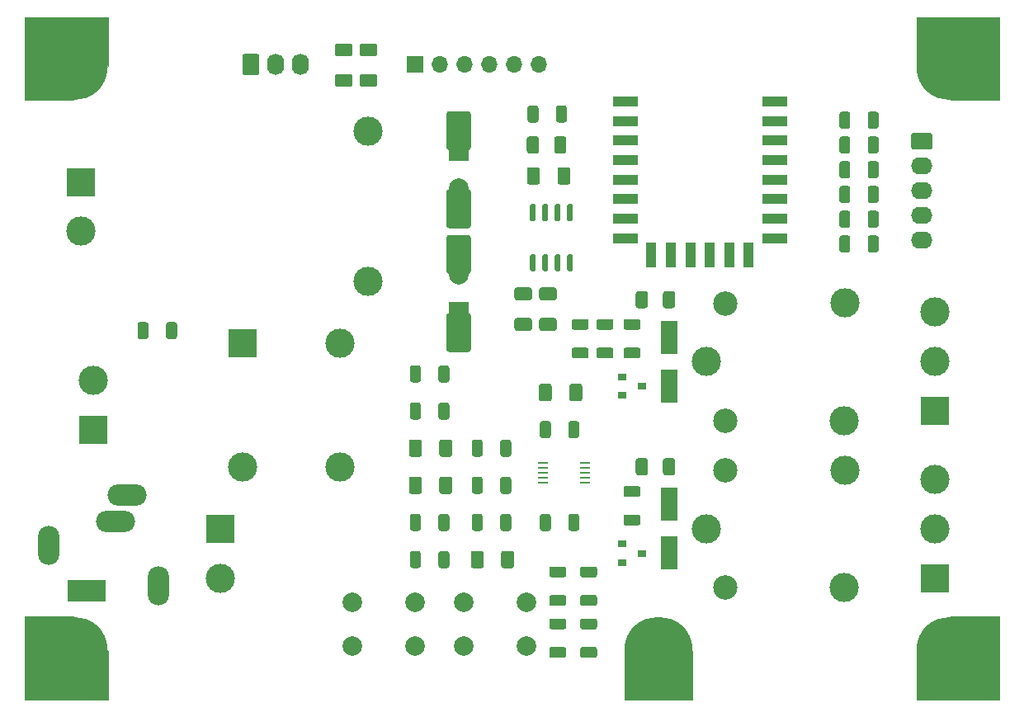
<source format=gts>
%TF.GenerationSoftware,KiCad,Pcbnew,(5.1.10)-1*%
%TF.CreationDate,2021-10-14T01:28:28-03:00*%
%TF.ProjectId,kicad,6b696361-642e-46b6-9963-61645f706362,rev?*%
%TF.SameCoordinates,Original*%
%TF.FileFunction,Soldermask,Top*%
%TF.FilePolarity,Negative*%
%FSLAX46Y46*%
G04 Gerber Fmt 4.6, Leading zero omitted, Abs format (unit mm)*
G04 Created by KiCad (PCBNEW (5.1.10)-1) date 2021-10-14 01:28:28*
%MOMM*%
%LPD*%
G01*
G04 APERTURE LIST*
%ADD10C,0.100000*%
%ADD11O,2.200000X4.000000*%
%ADD12O,4.000000X2.200000*%
%ADD13R,4.000000X2.200000*%
%ADD14C,7.000000*%
%ADD15R,0.900000X0.800000*%
%ADD16C,3.000000*%
%ADD17R,3.000000X3.000000*%
%ADD18R,2.000000X2.000000*%
%ADD19C,2.000000*%
%ADD20O,1.740000X2.190000*%
%ADD21O,2.190000X1.740000*%
%ADD22R,1.100000X2.500000*%
%ADD23R,2.500000X1.100000*%
%ADD24R,1.100000X0.250000*%
%ADD25C,2.500000*%
%ADD26O,1.700000X1.700000*%
%ADD27R,1.700000X1.700000*%
%ADD28R,1.800000X3.500000*%
G04 APERTURE END LIST*
D10*
G36*
X168500000Y-135000000D02*
G01*
X161500000Y-135000000D01*
X161500000Y-130000000D01*
X168500000Y-130000000D01*
X168500000Y-135000000D01*
G37*
X168500000Y-135000000D02*
X161500000Y-135000000D01*
X161500000Y-130000000D01*
X168500000Y-130000000D01*
X168500000Y-135000000D01*
G36*
X108500000Y-70000000D02*
G01*
X105000000Y-73500000D01*
X100000000Y-73500000D01*
X100000000Y-65000000D01*
X108500000Y-65000000D01*
X108500000Y-70000000D01*
G37*
X108500000Y-70000000D02*
X105000000Y-73500000D01*
X100000000Y-73500000D01*
X100000000Y-65000000D01*
X108500000Y-65000000D01*
X108500000Y-70000000D01*
G36*
X200000000Y-73500000D02*
G01*
X195000000Y-73500000D01*
X191500000Y-70000000D01*
X191500000Y-65000000D01*
X200000000Y-65000000D01*
X200000000Y-73500000D01*
G37*
X200000000Y-73500000D02*
X195000000Y-73500000D01*
X191500000Y-70000000D01*
X191500000Y-65000000D01*
X200000000Y-65000000D01*
X200000000Y-73500000D01*
G36*
X200000000Y-135000000D02*
G01*
X191500000Y-135000000D01*
X191500000Y-130000000D01*
X195000000Y-126500000D01*
X200000000Y-126500000D01*
X200000000Y-135000000D01*
G37*
X200000000Y-135000000D02*
X191500000Y-135000000D01*
X191500000Y-130000000D01*
X195000000Y-126500000D01*
X200000000Y-126500000D01*
X200000000Y-135000000D01*
G36*
X108500000Y-130000000D02*
G01*
X108500000Y-135000000D01*
X100000000Y-135000000D01*
X100000000Y-126500000D01*
X105000000Y-126500000D01*
X108500000Y-130000000D01*
G37*
X108500000Y-130000000D02*
X108500000Y-135000000D01*
X100000000Y-135000000D01*
X100000000Y-126500000D01*
X105000000Y-126500000D01*
X108500000Y-130000000D01*
D11*
%TO.C,J4*%
X102465000Y-119225000D03*
D12*
X110465000Y-114025000D03*
X109265000Y-116725000D03*
D11*
X113665000Y-123325000D03*
D13*
X106365000Y-123825000D03*
%TD*%
D14*
%TO.C,REF\u002A\u002A*%
X105000000Y-70000000D03*
%TD*%
%TO.C,REF\u002A\u002A*%
X195000000Y-70000000D03*
%TD*%
%TO.C,REF\u002A\u002A*%
X195000000Y-130000000D03*
%TD*%
%TO.C,REF\u002A\u002A*%
X165000000Y-130000000D03*
%TD*%
%TO.C,REF\u002A\u002A*%
X105000000Y-130000000D03*
%TD*%
D15*
%TO.C,Q2*%
X163290000Y-120015000D03*
X161290000Y-120965000D03*
X161290000Y-119065000D03*
%TD*%
D16*
%TO.C,J5*%
X120015000Y-122555000D03*
D17*
X120015000Y-117475000D03*
%TD*%
D16*
%TO.C,J8*%
X193405000Y-112395000D03*
X193405000Y-117475000D03*
D17*
X193405000Y-122555000D03*
%TD*%
D16*
%TO.C,PS1*%
X135175000Y-92115000D03*
X105775000Y-86915000D03*
D17*
X105775000Y-81915000D03*
D16*
X135175000Y-76715000D03*
%TD*%
%TO.C,T1*%
X132365000Y-111125000D03*
X122365000Y-111125000D03*
X132365000Y-98425000D03*
D17*
X122365000Y-98425000D03*
%TD*%
%TO.C,R11*%
G36*
G01*
X140627500Y-116214998D02*
X140627500Y-117465002D01*
G75*
G02*
X140377502Y-117715000I-249998J0D01*
G01*
X139752498Y-117715000D01*
G75*
G02*
X139502500Y-117465002I0J249998D01*
G01*
X139502500Y-116214998D01*
G75*
G02*
X139752498Y-115965000I249998J0D01*
G01*
X140377502Y-115965000D01*
G75*
G02*
X140627500Y-116214998I0J-249998D01*
G01*
G37*
G36*
G01*
X143552500Y-116214998D02*
X143552500Y-117465002D01*
G75*
G02*
X143302502Y-117715000I-249998J0D01*
G01*
X142677498Y-117715000D01*
G75*
G02*
X142427500Y-117465002I0J249998D01*
G01*
X142427500Y-116214998D01*
G75*
G02*
X142677498Y-115965000I249998J0D01*
G01*
X143302502Y-115965000D01*
G75*
G02*
X143552500Y-116214998I0J-249998D01*
G01*
G37*
%TD*%
%TO.C,R10*%
G36*
G01*
X140627500Y-104784998D02*
X140627500Y-106035002D01*
G75*
G02*
X140377502Y-106285000I-249998J0D01*
G01*
X139752498Y-106285000D01*
G75*
G02*
X139502500Y-106035002I0J249998D01*
G01*
X139502500Y-104784998D01*
G75*
G02*
X139752498Y-104535000I249998J0D01*
G01*
X140377502Y-104535000D01*
G75*
G02*
X140627500Y-104784998I0J-249998D01*
G01*
G37*
G36*
G01*
X143552500Y-104784998D02*
X143552500Y-106035002D01*
G75*
G02*
X143302502Y-106285000I-249998J0D01*
G01*
X142677498Y-106285000D01*
G75*
G02*
X142427500Y-106035002I0J249998D01*
G01*
X142427500Y-104784998D01*
G75*
G02*
X142677498Y-104535000I249998J0D01*
G01*
X143302502Y-104535000D01*
G75*
G02*
X143552500Y-104784998I0J-249998D01*
G01*
G37*
%TD*%
%TO.C,R13*%
G36*
G01*
X146977500Y-112404998D02*
X146977500Y-113655002D01*
G75*
G02*
X146727502Y-113905000I-249998J0D01*
G01*
X146102498Y-113905000D01*
G75*
G02*
X145852500Y-113655002I0J249998D01*
G01*
X145852500Y-112404998D01*
G75*
G02*
X146102498Y-112155000I249998J0D01*
G01*
X146727502Y-112155000D01*
G75*
G02*
X146977500Y-112404998I0J-249998D01*
G01*
G37*
G36*
G01*
X149902500Y-112404998D02*
X149902500Y-113655002D01*
G75*
G02*
X149652502Y-113905000I-249998J0D01*
G01*
X149027498Y-113905000D01*
G75*
G02*
X148777500Y-113655002I0J249998D01*
G01*
X148777500Y-112404998D01*
G75*
G02*
X149027498Y-112155000I249998J0D01*
G01*
X149652502Y-112155000D01*
G75*
G02*
X149902500Y-112404998I0J-249998D01*
G01*
G37*
%TD*%
%TO.C,R12*%
G36*
G01*
X146977500Y-108594998D02*
X146977500Y-109845002D01*
G75*
G02*
X146727502Y-110095000I-249998J0D01*
G01*
X146102498Y-110095000D01*
G75*
G02*
X145852500Y-109845002I0J249998D01*
G01*
X145852500Y-108594998D01*
G75*
G02*
X146102498Y-108345000I249998J0D01*
G01*
X146727502Y-108345000D01*
G75*
G02*
X146977500Y-108594998I0J-249998D01*
G01*
G37*
G36*
G01*
X149902500Y-108594998D02*
X149902500Y-109845002D01*
G75*
G02*
X149652502Y-110095000I-249998J0D01*
G01*
X149027498Y-110095000D01*
G75*
G02*
X148777500Y-109845002I0J249998D01*
G01*
X148777500Y-108594998D01*
G75*
G02*
X149027498Y-108345000I249998J0D01*
G01*
X149652502Y-108345000D01*
G75*
G02*
X149902500Y-108594998I0J-249998D01*
G01*
G37*
%TD*%
%TO.C,C4*%
G36*
G01*
X140727500Y-108569998D02*
X140727500Y-109870002D01*
G75*
G02*
X140477502Y-110120000I-249998J0D01*
G01*
X139652498Y-110120000D01*
G75*
G02*
X139402500Y-109870002I0J249998D01*
G01*
X139402500Y-108569998D01*
G75*
G02*
X139652498Y-108320000I249998J0D01*
G01*
X140477502Y-108320000D01*
G75*
G02*
X140727500Y-108569998I0J-249998D01*
G01*
G37*
G36*
G01*
X143852500Y-108569998D02*
X143852500Y-109870002D01*
G75*
G02*
X143602502Y-110120000I-249998J0D01*
G01*
X142777498Y-110120000D01*
G75*
G02*
X142527500Y-109870002I0J249998D01*
G01*
X142527500Y-108569998D01*
G75*
G02*
X142777498Y-108320000I249998J0D01*
G01*
X143602502Y-108320000D01*
G75*
G02*
X143852500Y-108569998I0J-249998D01*
G01*
G37*
%TD*%
%TO.C,C5*%
G36*
G01*
X140727500Y-112379998D02*
X140727500Y-113680002D01*
G75*
G02*
X140477502Y-113930000I-249998J0D01*
G01*
X139652498Y-113930000D01*
G75*
G02*
X139402500Y-113680002I0J249998D01*
G01*
X139402500Y-112379998D01*
G75*
G02*
X139652498Y-112130000I249998J0D01*
G01*
X140477502Y-112130000D01*
G75*
G02*
X140727500Y-112379998I0J-249998D01*
G01*
G37*
G36*
G01*
X143852500Y-112379998D02*
X143852500Y-113680002D01*
G75*
G02*
X143602502Y-113930000I-249998J0D01*
G01*
X142777498Y-113930000D01*
G75*
G02*
X142527500Y-113680002I0J249998D01*
G01*
X142527500Y-112379998D01*
G75*
G02*
X142777498Y-112130000I249998J0D01*
G01*
X143602502Y-112130000D01*
G75*
G02*
X143852500Y-112379998I0J-249998D01*
G01*
G37*
%TD*%
D16*
%TO.C,J2*%
X107045000Y-102235000D03*
D17*
X107045000Y-107315000D03*
%TD*%
D18*
%TO.C,C8*%
X144510000Y-95245000D03*
D19*
X144510000Y-91445000D03*
G36*
G01*
X145510000Y-99345000D02*
X143510000Y-99345000D01*
G75*
G02*
X143260000Y-99095000I0J250000D01*
G01*
X143260000Y-95595000D01*
G75*
G02*
X143510000Y-95345000I250000J0D01*
G01*
X145510000Y-95345000D01*
G75*
G02*
X145760000Y-95595000I0J-250000D01*
G01*
X145760000Y-99095000D01*
G75*
G02*
X145510000Y-99345000I-250000J0D01*
G01*
G37*
G36*
G01*
X145510000Y-91345000D02*
X143510000Y-91345000D01*
G75*
G02*
X143260000Y-91095000I0J250000D01*
G01*
X143260000Y-87595000D01*
G75*
G02*
X143510000Y-87345000I250000J0D01*
G01*
X145510000Y-87345000D01*
G75*
G02*
X145760000Y-87595000I0J-250000D01*
G01*
X145760000Y-91095000D01*
G75*
G02*
X145510000Y-91345000I-250000J0D01*
G01*
G37*
%TD*%
D18*
%TO.C,C3*%
X144510000Y-78745000D03*
D19*
X144510000Y-82545000D03*
G36*
G01*
X143510000Y-74645000D02*
X145510000Y-74645000D01*
G75*
G02*
X145760000Y-74895000I0J-250000D01*
G01*
X145760000Y-78395000D01*
G75*
G02*
X145510000Y-78645000I-250000J0D01*
G01*
X143510000Y-78645000D01*
G75*
G02*
X143260000Y-78395000I0J250000D01*
G01*
X143260000Y-74895000D01*
G75*
G02*
X143510000Y-74645000I250000J0D01*
G01*
G37*
G36*
G01*
X143510000Y-82645000D02*
X145510000Y-82645000D01*
G75*
G02*
X145760000Y-82895000I0J-250000D01*
G01*
X145760000Y-86395000D01*
G75*
G02*
X145510000Y-86645000I-250000J0D01*
G01*
X143510000Y-86645000D01*
G75*
G02*
X143260000Y-86395000I0J250000D01*
G01*
X143260000Y-82895000D01*
G75*
G02*
X143510000Y-82645000I250000J0D01*
G01*
G37*
%TD*%
%TO.C,C1*%
G36*
G01*
X133365002Y-69022500D02*
X132064998Y-69022500D01*
G75*
G02*
X131815000Y-68772502I0J249998D01*
G01*
X131815000Y-67947498D01*
G75*
G02*
X132064998Y-67697500I249998J0D01*
G01*
X133365002Y-67697500D01*
G75*
G02*
X133615000Y-67947498I0J-249998D01*
G01*
X133615000Y-68772502D01*
G75*
G02*
X133365002Y-69022500I-249998J0D01*
G01*
G37*
G36*
G01*
X133365002Y-72147500D02*
X132064998Y-72147500D01*
G75*
G02*
X131815000Y-71897502I0J249998D01*
G01*
X131815000Y-71072498D01*
G75*
G02*
X132064998Y-70822500I249998J0D01*
G01*
X133365002Y-70822500D01*
G75*
G02*
X133615000Y-71072498I0J-249998D01*
G01*
X133615000Y-71897502D01*
G75*
G02*
X133365002Y-72147500I-249998J0D01*
G01*
G37*
%TD*%
D20*
%TO.C,J1*%
X128270000Y-69850000D03*
X125730000Y-69850000D03*
G36*
G01*
X122320000Y-70695001D02*
X122320000Y-69004999D01*
G75*
G02*
X122569999Y-68755000I249999J0D01*
G01*
X123810001Y-68755000D01*
G75*
G02*
X124060000Y-69004999I0J-249999D01*
G01*
X124060000Y-70695001D01*
G75*
G02*
X123810001Y-70945000I-249999J0D01*
G01*
X122569999Y-70945000D01*
G75*
G02*
X122320000Y-70695001I0J249999D01*
G01*
G37*
%TD*%
D21*
%TO.C,J3*%
X192024000Y-87884000D03*
X192024000Y-85344000D03*
X192024000Y-82804000D03*
X192024000Y-80264000D03*
G36*
G01*
X191178999Y-76854000D02*
X192869001Y-76854000D01*
G75*
G02*
X193119000Y-77103999I0J-249999D01*
G01*
X193119000Y-78344001D01*
G75*
G02*
X192869001Y-78594000I-249999J0D01*
G01*
X191178999Y-78594000D01*
G75*
G02*
X190929000Y-78344001I0J249999D01*
G01*
X190929000Y-77103999D01*
G75*
G02*
X191178999Y-76854000I249999J0D01*
G01*
G37*
%TD*%
%TO.C,R25*%
G36*
G01*
X186492500Y-88890002D02*
X186492500Y-87639998D01*
G75*
G02*
X186742498Y-87390000I249998J0D01*
G01*
X187367502Y-87390000D01*
G75*
G02*
X187617500Y-87639998I0J-249998D01*
G01*
X187617500Y-88890002D01*
G75*
G02*
X187367502Y-89140000I-249998J0D01*
G01*
X186742498Y-89140000D01*
G75*
G02*
X186492500Y-88890002I0J249998D01*
G01*
G37*
G36*
G01*
X183567500Y-88890002D02*
X183567500Y-87639998D01*
G75*
G02*
X183817498Y-87390000I249998J0D01*
G01*
X184442502Y-87390000D01*
G75*
G02*
X184692500Y-87639998I0J-249998D01*
G01*
X184692500Y-88890002D01*
G75*
G02*
X184442502Y-89140000I-249998J0D01*
G01*
X183817498Y-89140000D01*
G75*
G02*
X183567500Y-88890002I0J249998D01*
G01*
G37*
%TD*%
%TO.C,R24*%
G36*
G01*
X184692500Y-85099998D02*
X184692500Y-86350002D01*
G75*
G02*
X184442502Y-86600000I-249998J0D01*
G01*
X183817498Y-86600000D01*
G75*
G02*
X183567500Y-86350002I0J249998D01*
G01*
X183567500Y-85099998D01*
G75*
G02*
X183817498Y-84850000I249998J0D01*
G01*
X184442502Y-84850000D01*
G75*
G02*
X184692500Y-85099998I0J-249998D01*
G01*
G37*
G36*
G01*
X187617500Y-85099998D02*
X187617500Y-86350002D01*
G75*
G02*
X187367502Y-86600000I-249998J0D01*
G01*
X186742498Y-86600000D01*
G75*
G02*
X186492500Y-86350002I0J249998D01*
G01*
X186492500Y-85099998D01*
G75*
G02*
X186742498Y-84850000I249998J0D01*
G01*
X187367502Y-84850000D01*
G75*
G02*
X187617500Y-85099998I0J-249998D01*
G01*
G37*
%TD*%
%TO.C,R23*%
G36*
G01*
X157597002Y-97082500D02*
X156346998Y-97082500D01*
G75*
G02*
X156097000Y-96832502I0J249998D01*
G01*
X156097000Y-96207498D01*
G75*
G02*
X156346998Y-95957500I249998J0D01*
G01*
X157597002Y-95957500D01*
G75*
G02*
X157847000Y-96207498I0J-249998D01*
G01*
X157847000Y-96832502D01*
G75*
G02*
X157597002Y-97082500I-249998J0D01*
G01*
G37*
G36*
G01*
X157597002Y-100007500D02*
X156346998Y-100007500D01*
G75*
G02*
X156097000Y-99757502I0J249998D01*
G01*
X156097000Y-99132498D01*
G75*
G02*
X156346998Y-98882500I249998J0D01*
G01*
X157597002Y-98882500D01*
G75*
G02*
X157847000Y-99132498I0J-249998D01*
G01*
X157847000Y-99757502D01*
G75*
G02*
X157597002Y-100007500I-249998J0D01*
G01*
G37*
%TD*%
%TO.C,R22*%
G36*
G01*
X160137002Y-97082500D02*
X158886998Y-97082500D01*
G75*
G02*
X158637000Y-96832502I0J249998D01*
G01*
X158637000Y-96207498D01*
G75*
G02*
X158886998Y-95957500I249998J0D01*
G01*
X160137002Y-95957500D01*
G75*
G02*
X160387000Y-96207498I0J-249998D01*
G01*
X160387000Y-96832502D01*
G75*
G02*
X160137002Y-97082500I-249998J0D01*
G01*
G37*
G36*
G01*
X160137002Y-100007500D02*
X158886998Y-100007500D01*
G75*
G02*
X158637000Y-99757502I0J249998D01*
G01*
X158637000Y-99132498D01*
G75*
G02*
X158886998Y-98882500I249998J0D01*
G01*
X160137002Y-98882500D01*
G75*
G02*
X160387000Y-99132498I0J-249998D01*
G01*
X160387000Y-99757502D01*
G75*
G02*
X160137002Y-100007500I-249998J0D01*
G01*
G37*
%TD*%
%TO.C,R21*%
G36*
G01*
X161664998Y-116027500D02*
X162915002Y-116027500D01*
G75*
G02*
X163165000Y-116277498I0J-249998D01*
G01*
X163165000Y-116902502D01*
G75*
G02*
X162915002Y-117152500I-249998J0D01*
G01*
X161664998Y-117152500D01*
G75*
G02*
X161415000Y-116902502I0J249998D01*
G01*
X161415000Y-116277498D01*
G75*
G02*
X161664998Y-116027500I249998J0D01*
G01*
G37*
G36*
G01*
X161664998Y-113102500D02*
X162915002Y-113102500D01*
G75*
G02*
X163165000Y-113352498I0J-249998D01*
G01*
X163165000Y-113977502D01*
G75*
G02*
X162915002Y-114227500I-249998J0D01*
G01*
X161664998Y-114227500D01*
G75*
G02*
X161415000Y-113977502I0J249998D01*
G01*
X161415000Y-113352498D01*
G75*
G02*
X161664998Y-113102500I249998J0D01*
G01*
G37*
%TD*%
%TO.C,R20*%
G36*
G01*
X161664998Y-98882500D02*
X162915002Y-98882500D01*
G75*
G02*
X163165000Y-99132498I0J-249998D01*
G01*
X163165000Y-99757502D01*
G75*
G02*
X162915002Y-100007500I-249998J0D01*
G01*
X161664998Y-100007500D01*
G75*
G02*
X161415000Y-99757502I0J249998D01*
G01*
X161415000Y-99132498D01*
G75*
G02*
X161664998Y-98882500I249998J0D01*
G01*
G37*
G36*
G01*
X161664998Y-95957500D02*
X162915002Y-95957500D01*
G75*
G02*
X163165000Y-96207498I0J-249998D01*
G01*
X163165000Y-96832502D01*
G75*
G02*
X162915002Y-97082500I-249998J0D01*
G01*
X161664998Y-97082500D01*
G75*
G02*
X161415000Y-96832502I0J249998D01*
G01*
X161415000Y-96207498D01*
G75*
G02*
X161664998Y-95957500I249998J0D01*
G01*
G37*
%TD*%
%TO.C,R19*%
G36*
G01*
X146977500Y-116214998D02*
X146977500Y-117465002D01*
G75*
G02*
X146727502Y-117715000I-249998J0D01*
G01*
X146102498Y-117715000D01*
G75*
G02*
X145852500Y-117465002I0J249998D01*
G01*
X145852500Y-116214998D01*
G75*
G02*
X146102498Y-115965000I249998J0D01*
G01*
X146727502Y-115965000D01*
G75*
G02*
X146977500Y-116214998I0J-249998D01*
G01*
G37*
G36*
G01*
X149902500Y-116214998D02*
X149902500Y-117465002D01*
G75*
G02*
X149652502Y-117715000I-249998J0D01*
G01*
X149027498Y-117715000D01*
G75*
G02*
X148777500Y-117465002I0J249998D01*
G01*
X148777500Y-116214998D01*
G75*
G02*
X149027498Y-115965000I249998J0D01*
G01*
X149652502Y-115965000D01*
G75*
G02*
X149902500Y-116214998I0J-249998D01*
G01*
G37*
%TD*%
%TO.C,R18*%
G36*
G01*
X153962500Y-116214998D02*
X153962500Y-117465002D01*
G75*
G02*
X153712502Y-117715000I-249998J0D01*
G01*
X153087498Y-117715000D01*
G75*
G02*
X152837500Y-117465002I0J249998D01*
G01*
X152837500Y-116214998D01*
G75*
G02*
X153087498Y-115965000I249998J0D01*
G01*
X153712502Y-115965000D01*
G75*
G02*
X153962500Y-116214998I0J-249998D01*
G01*
G37*
G36*
G01*
X156887500Y-116214998D02*
X156887500Y-117465002D01*
G75*
G02*
X156637502Y-117715000I-249998J0D01*
G01*
X156012498Y-117715000D01*
G75*
G02*
X155762500Y-117465002I0J249998D01*
G01*
X155762500Y-116214998D01*
G75*
G02*
X156012498Y-115965000I249998J0D01*
G01*
X156637502Y-115965000D01*
G75*
G02*
X156887500Y-116214998I0J-249998D01*
G01*
G37*
%TD*%
%TO.C,C11*%
G36*
G01*
X153019998Y-95857500D02*
X154320002Y-95857500D01*
G75*
G02*
X154570000Y-96107498I0J-249998D01*
G01*
X154570000Y-96932502D01*
G75*
G02*
X154320002Y-97182500I-249998J0D01*
G01*
X153019998Y-97182500D01*
G75*
G02*
X152770000Y-96932502I0J249998D01*
G01*
X152770000Y-96107498D01*
G75*
G02*
X153019998Y-95857500I249998J0D01*
G01*
G37*
G36*
G01*
X153019998Y-92732500D02*
X154320002Y-92732500D01*
G75*
G02*
X154570000Y-92982498I0J-249998D01*
G01*
X154570000Y-93807502D01*
G75*
G02*
X154320002Y-94057500I-249998J0D01*
G01*
X153019998Y-94057500D01*
G75*
G02*
X152770000Y-93807502I0J249998D01*
G01*
X152770000Y-92982498D01*
G75*
G02*
X153019998Y-92732500I249998J0D01*
G01*
G37*
%TD*%
%TO.C,C10*%
G36*
G01*
X150479998Y-95857500D02*
X151780002Y-95857500D01*
G75*
G02*
X152030000Y-96107498I0J-249998D01*
G01*
X152030000Y-96932502D01*
G75*
G02*
X151780002Y-97182500I-249998J0D01*
G01*
X150479998Y-97182500D01*
G75*
G02*
X150230000Y-96932502I0J249998D01*
G01*
X150230000Y-96107498D01*
G75*
G02*
X150479998Y-95857500I249998J0D01*
G01*
G37*
G36*
G01*
X150479998Y-92732500D02*
X151780002Y-92732500D01*
G75*
G02*
X152030000Y-92982498I0J-249998D01*
G01*
X152030000Y-93807502D01*
G75*
G02*
X151780002Y-94057500I-249998J0D01*
G01*
X150479998Y-94057500D01*
G75*
G02*
X150230000Y-93807502I0J249998D01*
G01*
X150230000Y-92982498D01*
G75*
G02*
X150479998Y-92732500I249998J0D01*
G01*
G37*
%TD*%
D22*
%TO.C,U3*%
X174280000Y-89360000D03*
X172280000Y-89360000D03*
X170280000Y-89360000D03*
X168280000Y-89360000D03*
X166280000Y-89360000D03*
X164280000Y-89360000D03*
D23*
X176990000Y-73660000D03*
X176990000Y-75660000D03*
X176990000Y-77660000D03*
X176990000Y-79660000D03*
X176990000Y-81660000D03*
X176990000Y-83660000D03*
X176990000Y-85660000D03*
X176990000Y-87660000D03*
X161590000Y-87660000D03*
X161590000Y-85660000D03*
X161590000Y-83660000D03*
X161590000Y-81660000D03*
X161590000Y-79660000D03*
X161590000Y-77660000D03*
X161590000Y-75660000D03*
X161590000Y-73660000D03*
%TD*%
D24*
%TO.C,U2*%
X157455000Y-110760000D03*
X157455000Y-111260000D03*
X157455000Y-111760000D03*
X157455000Y-112260000D03*
X157455000Y-112760000D03*
X153155000Y-112760000D03*
X153155000Y-112260000D03*
X153155000Y-111760000D03*
X153155000Y-111260000D03*
X153155000Y-110760000D03*
%TD*%
%TO.C,U1*%
G36*
G01*
X152280000Y-85930000D02*
X151980000Y-85930000D01*
G75*
G02*
X151830000Y-85780000I0J150000D01*
G01*
X151830000Y-84330000D01*
G75*
G02*
X151980000Y-84180000I150000J0D01*
G01*
X152280000Y-84180000D01*
G75*
G02*
X152430000Y-84330000I0J-150000D01*
G01*
X152430000Y-85780000D01*
G75*
G02*
X152280000Y-85930000I-150000J0D01*
G01*
G37*
G36*
G01*
X153550000Y-85930000D02*
X153250000Y-85930000D01*
G75*
G02*
X153100000Y-85780000I0J150000D01*
G01*
X153100000Y-84330000D01*
G75*
G02*
X153250000Y-84180000I150000J0D01*
G01*
X153550000Y-84180000D01*
G75*
G02*
X153700000Y-84330000I0J-150000D01*
G01*
X153700000Y-85780000D01*
G75*
G02*
X153550000Y-85930000I-150000J0D01*
G01*
G37*
G36*
G01*
X154820000Y-85930000D02*
X154520000Y-85930000D01*
G75*
G02*
X154370000Y-85780000I0J150000D01*
G01*
X154370000Y-84330000D01*
G75*
G02*
X154520000Y-84180000I150000J0D01*
G01*
X154820000Y-84180000D01*
G75*
G02*
X154970000Y-84330000I0J-150000D01*
G01*
X154970000Y-85780000D01*
G75*
G02*
X154820000Y-85930000I-150000J0D01*
G01*
G37*
G36*
G01*
X156090000Y-85930000D02*
X155790000Y-85930000D01*
G75*
G02*
X155640000Y-85780000I0J150000D01*
G01*
X155640000Y-84330000D01*
G75*
G02*
X155790000Y-84180000I150000J0D01*
G01*
X156090000Y-84180000D01*
G75*
G02*
X156240000Y-84330000I0J-150000D01*
G01*
X156240000Y-85780000D01*
G75*
G02*
X156090000Y-85930000I-150000J0D01*
G01*
G37*
G36*
G01*
X156090000Y-91080000D02*
X155790000Y-91080000D01*
G75*
G02*
X155640000Y-90930000I0J150000D01*
G01*
X155640000Y-89480000D01*
G75*
G02*
X155790000Y-89330000I150000J0D01*
G01*
X156090000Y-89330000D01*
G75*
G02*
X156240000Y-89480000I0J-150000D01*
G01*
X156240000Y-90930000D01*
G75*
G02*
X156090000Y-91080000I-150000J0D01*
G01*
G37*
G36*
G01*
X154820000Y-91080000D02*
X154520000Y-91080000D01*
G75*
G02*
X154370000Y-90930000I0J150000D01*
G01*
X154370000Y-89480000D01*
G75*
G02*
X154520000Y-89330000I150000J0D01*
G01*
X154820000Y-89330000D01*
G75*
G02*
X154970000Y-89480000I0J-150000D01*
G01*
X154970000Y-90930000D01*
G75*
G02*
X154820000Y-91080000I-150000J0D01*
G01*
G37*
G36*
G01*
X153550000Y-91080000D02*
X153250000Y-91080000D01*
G75*
G02*
X153100000Y-90930000I0J150000D01*
G01*
X153100000Y-89480000D01*
G75*
G02*
X153250000Y-89330000I150000J0D01*
G01*
X153550000Y-89330000D01*
G75*
G02*
X153700000Y-89480000I0J-150000D01*
G01*
X153700000Y-90930000D01*
G75*
G02*
X153550000Y-91080000I-150000J0D01*
G01*
G37*
G36*
G01*
X152280000Y-91080000D02*
X151980000Y-91080000D01*
G75*
G02*
X151830000Y-90930000I0J150000D01*
G01*
X151830000Y-89480000D01*
G75*
G02*
X151980000Y-89330000I150000J0D01*
G01*
X152280000Y-89330000D01*
G75*
G02*
X152430000Y-89480000I0J-150000D01*
G01*
X152430000Y-90930000D01*
G75*
G02*
X152280000Y-91080000I-150000J0D01*
G01*
G37*
%TD*%
D19*
%TO.C,SW1*%
X151495000Y-125040000D03*
X151495000Y-129540000D03*
X144995000Y-125040000D03*
X144995000Y-129540000D03*
%TD*%
%TO.C,R9*%
G36*
G01*
X157219998Y-124282500D02*
X158470002Y-124282500D01*
G75*
G02*
X158720000Y-124532498I0J-249998D01*
G01*
X158720000Y-125157502D01*
G75*
G02*
X158470002Y-125407500I-249998J0D01*
G01*
X157219998Y-125407500D01*
G75*
G02*
X156970000Y-125157502I0J249998D01*
G01*
X156970000Y-124532498D01*
G75*
G02*
X157219998Y-124282500I249998J0D01*
G01*
G37*
G36*
G01*
X157219998Y-121357500D02*
X158470002Y-121357500D01*
G75*
G02*
X158720000Y-121607498I0J-249998D01*
G01*
X158720000Y-122232502D01*
G75*
G02*
X158470002Y-122482500I-249998J0D01*
G01*
X157219998Y-122482500D01*
G75*
G02*
X156970000Y-122232502I0J249998D01*
G01*
X156970000Y-121607498D01*
G75*
G02*
X157219998Y-121357500I249998J0D01*
G01*
G37*
%TD*%
%TO.C,R6*%
G36*
G01*
X154044998Y-129612500D02*
X155295002Y-129612500D01*
G75*
G02*
X155545000Y-129862498I0J-249998D01*
G01*
X155545000Y-130487502D01*
G75*
G02*
X155295002Y-130737500I-249998J0D01*
G01*
X154044998Y-130737500D01*
G75*
G02*
X153795000Y-130487502I0J249998D01*
G01*
X153795000Y-129862498D01*
G75*
G02*
X154044998Y-129612500I249998J0D01*
G01*
G37*
G36*
G01*
X154044998Y-126687500D02*
X155295002Y-126687500D01*
G75*
G02*
X155545000Y-126937498I0J-249998D01*
G01*
X155545000Y-127562502D01*
G75*
G02*
X155295002Y-127812500I-249998J0D01*
G01*
X154044998Y-127812500D01*
G75*
G02*
X153795000Y-127562502I0J249998D01*
G01*
X153795000Y-126937498D01*
G75*
G02*
X154044998Y-126687500I249998J0D01*
G01*
G37*
%TD*%
%TO.C,R5*%
G36*
G01*
X142427500Y-121275002D02*
X142427500Y-120024998D01*
G75*
G02*
X142677498Y-119775000I249998J0D01*
G01*
X143302502Y-119775000D01*
G75*
G02*
X143552500Y-120024998I0J-249998D01*
G01*
X143552500Y-121275002D01*
G75*
G02*
X143302502Y-121525000I-249998J0D01*
G01*
X142677498Y-121525000D01*
G75*
G02*
X142427500Y-121275002I0J249998D01*
G01*
G37*
G36*
G01*
X139502500Y-121275002D02*
X139502500Y-120024998D01*
G75*
G02*
X139752498Y-119775000I249998J0D01*
G01*
X140377502Y-119775000D01*
G75*
G02*
X140627500Y-120024998I0J-249998D01*
G01*
X140627500Y-121275002D01*
G75*
G02*
X140377502Y-121525000I-249998J0D01*
G01*
X139752498Y-121525000D01*
G75*
G02*
X139502500Y-121275002I0J249998D01*
G01*
G37*
%TD*%
%TO.C,R17*%
G36*
G01*
X153962500Y-106689998D02*
X153962500Y-107940002D01*
G75*
G02*
X153712502Y-108190000I-249998J0D01*
G01*
X153087498Y-108190000D01*
G75*
G02*
X152837500Y-107940002I0J249998D01*
G01*
X152837500Y-106689998D01*
G75*
G02*
X153087498Y-106440000I249998J0D01*
G01*
X153712502Y-106440000D01*
G75*
G02*
X153962500Y-106689998I0J-249998D01*
G01*
G37*
G36*
G01*
X156887500Y-106689998D02*
X156887500Y-107940002D01*
G75*
G02*
X156637502Y-108190000I-249998J0D01*
G01*
X156012498Y-108190000D01*
G75*
G02*
X155762500Y-107940002I0J249998D01*
G01*
X155762500Y-106689998D01*
G75*
G02*
X156012498Y-106440000I249998J0D01*
G01*
X156637502Y-106440000D01*
G75*
G02*
X156887500Y-106689998I0J-249998D01*
G01*
G37*
%TD*%
%TO.C,R15*%
G36*
G01*
X186492500Y-76190002D02*
X186492500Y-74939998D01*
G75*
G02*
X186742498Y-74690000I249998J0D01*
G01*
X187367502Y-74690000D01*
G75*
G02*
X187617500Y-74939998I0J-249998D01*
G01*
X187617500Y-76190002D01*
G75*
G02*
X187367502Y-76440000I-249998J0D01*
G01*
X186742498Y-76440000D01*
G75*
G02*
X186492500Y-76190002I0J249998D01*
G01*
G37*
G36*
G01*
X183567500Y-76190002D02*
X183567500Y-74939998D01*
G75*
G02*
X183817498Y-74690000I249998J0D01*
G01*
X184442502Y-74690000D01*
G75*
G02*
X184692500Y-74939998I0J-249998D01*
G01*
X184692500Y-76190002D01*
G75*
G02*
X184442502Y-76440000I-249998J0D01*
G01*
X183817498Y-76440000D01*
G75*
G02*
X183567500Y-76190002I0J249998D01*
G01*
G37*
%TD*%
%TO.C,R16*%
G36*
G01*
X186492500Y-78730002D02*
X186492500Y-77479998D01*
G75*
G02*
X186742498Y-77230000I249998J0D01*
G01*
X187367502Y-77230000D01*
G75*
G02*
X187617500Y-77479998I0J-249998D01*
G01*
X187617500Y-78730002D01*
G75*
G02*
X187367502Y-78980000I-249998J0D01*
G01*
X186742498Y-78980000D01*
G75*
G02*
X186492500Y-78730002I0J249998D01*
G01*
G37*
G36*
G01*
X183567500Y-78730002D02*
X183567500Y-77479998D01*
G75*
G02*
X183817498Y-77230000I249998J0D01*
G01*
X184442502Y-77230000D01*
G75*
G02*
X184692500Y-77479998I0J-249998D01*
G01*
X184692500Y-78730002D01*
G75*
G02*
X184442502Y-78980000I-249998J0D01*
G01*
X183817498Y-78980000D01*
G75*
G02*
X183567500Y-78730002I0J249998D01*
G01*
G37*
%TD*%
%TO.C,SW2*%
X140065000Y-125040000D03*
X140065000Y-129540000D03*
X133565000Y-125040000D03*
X133565000Y-129540000D03*
%TD*%
%TO.C,R3*%
G36*
G01*
X112687500Y-96529998D02*
X112687500Y-97780002D01*
G75*
G02*
X112437502Y-98030000I-249998J0D01*
G01*
X111812498Y-98030000D01*
G75*
G02*
X111562500Y-97780002I0J249998D01*
G01*
X111562500Y-96529998D01*
G75*
G02*
X111812498Y-96280000I249998J0D01*
G01*
X112437502Y-96280000D01*
G75*
G02*
X112687500Y-96529998I0J-249998D01*
G01*
G37*
G36*
G01*
X115612500Y-96529998D02*
X115612500Y-97780002D01*
G75*
G02*
X115362502Y-98030000I-249998J0D01*
G01*
X114737498Y-98030000D01*
G75*
G02*
X114487500Y-97780002I0J249998D01*
G01*
X114487500Y-96529998D01*
G75*
G02*
X114737498Y-96280000I249998J0D01*
G01*
X115362502Y-96280000D01*
G75*
G02*
X115612500Y-96529998I0J-249998D01*
G01*
G37*
%TD*%
%TO.C,R14*%
G36*
G01*
X152692500Y-74304998D02*
X152692500Y-75555002D01*
G75*
G02*
X152442502Y-75805000I-249998J0D01*
G01*
X151817498Y-75805000D01*
G75*
G02*
X151567500Y-75555002I0J249998D01*
G01*
X151567500Y-74304998D01*
G75*
G02*
X151817498Y-74055000I249998J0D01*
G01*
X152442502Y-74055000D01*
G75*
G02*
X152692500Y-74304998I0J-249998D01*
G01*
G37*
G36*
G01*
X155617500Y-74304998D02*
X155617500Y-75555002D01*
G75*
G02*
X155367502Y-75805000I-249998J0D01*
G01*
X154742498Y-75805000D01*
G75*
G02*
X154492500Y-75555002I0J249998D01*
G01*
X154492500Y-74304998D01*
G75*
G02*
X154742498Y-74055000I249998J0D01*
G01*
X155367502Y-74055000D01*
G75*
G02*
X155617500Y-74304998I0J-249998D01*
G01*
G37*
%TD*%
%TO.C,R8*%
G36*
G01*
X154044998Y-124282500D02*
X155295002Y-124282500D01*
G75*
G02*
X155545000Y-124532498I0J-249998D01*
G01*
X155545000Y-125157502D01*
G75*
G02*
X155295002Y-125407500I-249998J0D01*
G01*
X154044998Y-125407500D01*
G75*
G02*
X153795000Y-125157502I0J249998D01*
G01*
X153795000Y-124532498D01*
G75*
G02*
X154044998Y-124282500I249998J0D01*
G01*
G37*
G36*
G01*
X154044998Y-121357500D02*
X155295002Y-121357500D01*
G75*
G02*
X155545000Y-121607498I0J-249998D01*
G01*
X155545000Y-122232502D01*
G75*
G02*
X155295002Y-122482500I-249998J0D01*
G01*
X154044998Y-122482500D01*
G75*
G02*
X153795000Y-122232502I0J249998D01*
G01*
X153795000Y-121607498D01*
G75*
G02*
X154044998Y-121357500I249998J0D01*
G01*
G37*
%TD*%
%TO.C,R2*%
G36*
G01*
X186492500Y-81270002D02*
X186492500Y-80019998D01*
G75*
G02*
X186742498Y-79770000I249998J0D01*
G01*
X187367502Y-79770000D01*
G75*
G02*
X187617500Y-80019998I0J-249998D01*
G01*
X187617500Y-81270002D01*
G75*
G02*
X187367502Y-81520000I-249998J0D01*
G01*
X186742498Y-81520000D01*
G75*
G02*
X186492500Y-81270002I0J249998D01*
G01*
G37*
G36*
G01*
X183567500Y-81270002D02*
X183567500Y-80019998D01*
G75*
G02*
X183817498Y-79770000I249998J0D01*
G01*
X184442502Y-79770000D01*
G75*
G02*
X184692500Y-80019998I0J-249998D01*
G01*
X184692500Y-81270002D01*
G75*
G02*
X184442502Y-81520000I-249998J0D01*
G01*
X183817498Y-81520000D01*
G75*
G02*
X183567500Y-81270002I0J249998D01*
G01*
G37*
%TD*%
%TO.C,R7*%
G36*
G01*
X157219998Y-129612500D02*
X158470002Y-129612500D01*
G75*
G02*
X158720000Y-129862498I0J-249998D01*
G01*
X158720000Y-130487502D01*
G75*
G02*
X158470002Y-130737500I-249998J0D01*
G01*
X157219998Y-130737500D01*
G75*
G02*
X156970000Y-130487502I0J249998D01*
G01*
X156970000Y-129862498D01*
G75*
G02*
X157219998Y-129612500I249998J0D01*
G01*
G37*
G36*
G01*
X157219998Y-126687500D02*
X158470002Y-126687500D01*
G75*
G02*
X158720000Y-126937498I0J-249998D01*
G01*
X158720000Y-127562502D01*
G75*
G02*
X158470002Y-127812500I-249998J0D01*
G01*
X157219998Y-127812500D01*
G75*
G02*
X156970000Y-127562502I0J249998D01*
G01*
X156970000Y-126937498D01*
G75*
G02*
X157219998Y-126687500I249998J0D01*
G01*
G37*
%TD*%
%TO.C,R4*%
G36*
G01*
X140627500Y-100974998D02*
X140627500Y-102225002D01*
G75*
G02*
X140377502Y-102475000I-249998J0D01*
G01*
X139752498Y-102475000D01*
G75*
G02*
X139502500Y-102225002I0J249998D01*
G01*
X139502500Y-100974998D01*
G75*
G02*
X139752498Y-100725000I249998J0D01*
G01*
X140377502Y-100725000D01*
G75*
G02*
X140627500Y-100974998I0J-249998D01*
G01*
G37*
G36*
G01*
X143552500Y-100974998D02*
X143552500Y-102225002D01*
G75*
G02*
X143302502Y-102475000I-249998J0D01*
G01*
X142677498Y-102475000D01*
G75*
G02*
X142427500Y-102225002I0J249998D01*
G01*
X142427500Y-100974998D01*
G75*
G02*
X142677498Y-100725000I249998J0D01*
G01*
X143302502Y-100725000D01*
G75*
G02*
X143552500Y-100974998I0J-249998D01*
G01*
G37*
%TD*%
%TO.C,C9*%
G36*
G01*
X154062500Y-102854998D02*
X154062500Y-104155002D01*
G75*
G02*
X153812502Y-104405000I-249998J0D01*
G01*
X152987498Y-104405000D01*
G75*
G02*
X152737500Y-104155002I0J249998D01*
G01*
X152737500Y-102854998D01*
G75*
G02*
X152987498Y-102605000I249998J0D01*
G01*
X153812502Y-102605000D01*
G75*
G02*
X154062500Y-102854998I0J-249998D01*
G01*
G37*
G36*
G01*
X157187500Y-102854998D02*
X157187500Y-104155002D01*
G75*
G02*
X156937502Y-104405000I-249998J0D01*
G01*
X156112498Y-104405000D01*
G75*
G02*
X155862500Y-104155002I0J249998D01*
G01*
X155862500Y-102854998D01*
G75*
G02*
X156112498Y-102605000I249998J0D01*
G01*
X156937502Y-102605000D01*
G75*
G02*
X157187500Y-102854998I0J-249998D01*
G01*
G37*
%TD*%
%TO.C,C6*%
G36*
G01*
X154642500Y-81930002D02*
X154642500Y-80629998D01*
G75*
G02*
X154892498Y-80380000I249998J0D01*
G01*
X155717502Y-80380000D01*
G75*
G02*
X155967500Y-80629998I0J-249998D01*
G01*
X155967500Y-81930002D01*
G75*
G02*
X155717502Y-82180000I-249998J0D01*
G01*
X154892498Y-82180000D01*
G75*
G02*
X154642500Y-81930002I0J249998D01*
G01*
G37*
G36*
G01*
X151517500Y-81930002D02*
X151517500Y-80629998D01*
G75*
G02*
X151767498Y-80380000I249998J0D01*
G01*
X152592502Y-80380000D01*
G75*
G02*
X152842500Y-80629998I0J-249998D01*
G01*
X152842500Y-81930002D01*
G75*
G02*
X152592502Y-82180000I-249998J0D01*
G01*
X151767498Y-82180000D01*
G75*
G02*
X151517500Y-81930002I0J249998D01*
G01*
G37*
%TD*%
%TO.C,C7*%
G36*
G01*
X147077500Y-119999998D02*
X147077500Y-121300002D01*
G75*
G02*
X146827502Y-121550000I-249998J0D01*
G01*
X146002498Y-121550000D01*
G75*
G02*
X145752500Y-121300002I0J249998D01*
G01*
X145752500Y-119999998D01*
G75*
G02*
X146002498Y-119750000I249998J0D01*
G01*
X146827502Y-119750000D01*
G75*
G02*
X147077500Y-119999998I0J-249998D01*
G01*
G37*
G36*
G01*
X150202500Y-119999998D02*
X150202500Y-121300002D01*
G75*
G02*
X149952502Y-121550000I-249998J0D01*
G01*
X149127498Y-121550000D01*
G75*
G02*
X148877500Y-121300002I0J249998D01*
G01*
X148877500Y-119999998D01*
G75*
G02*
X149127498Y-119750000I249998J0D01*
G01*
X149952502Y-119750000D01*
G75*
G02*
X150202500Y-119999998I0J-249998D01*
G01*
G37*
%TD*%
%TO.C,D1*%
G36*
G01*
X152755000Y-77480000D02*
X152755000Y-78730000D01*
G75*
G02*
X152505000Y-78980000I-250000J0D01*
G01*
X151755000Y-78980000D01*
G75*
G02*
X151505000Y-78730000I0J250000D01*
G01*
X151505000Y-77480000D01*
G75*
G02*
X151755000Y-77230000I250000J0D01*
G01*
X152505000Y-77230000D01*
G75*
G02*
X152755000Y-77480000I0J-250000D01*
G01*
G37*
G36*
G01*
X155555000Y-77480000D02*
X155555000Y-78730000D01*
G75*
G02*
X155305000Y-78980000I-250000J0D01*
G01*
X154555000Y-78980000D01*
G75*
G02*
X154305000Y-78730000I0J250000D01*
G01*
X154305000Y-77480000D01*
G75*
G02*
X154555000Y-77230000I250000J0D01*
G01*
X155305000Y-77230000D01*
G75*
G02*
X155555000Y-77480000I0J-250000D01*
G01*
G37*
%TD*%
%TO.C,C2*%
G36*
G01*
X135905002Y-69022500D02*
X134604998Y-69022500D01*
G75*
G02*
X134355000Y-68772502I0J249998D01*
G01*
X134355000Y-67947498D01*
G75*
G02*
X134604998Y-67697500I249998J0D01*
G01*
X135905002Y-67697500D01*
G75*
G02*
X136155000Y-67947498I0J-249998D01*
G01*
X136155000Y-68772502D01*
G75*
G02*
X135905002Y-69022500I-249998J0D01*
G01*
G37*
G36*
G01*
X135905002Y-72147500D02*
X134604998Y-72147500D01*
G75*
G02*
X134355000Y-71897502I0J249998D01*
G01*
X134355000Y-71072498D01*
G75*
G02*
X134604998Y-70822500I249998J0D01*
G01*
X135905002Y-70822500D01*
G75*
G02*
X136155000Y-71072498I0J-249998D01*
G01*
X136155000Y-71897502D01*
G75*
G02*
X135905002Y-72147500I-249998J0D01*
G01*
G37*
%TD*%
%TO.C,R1*%
G36*
G01*
X186492500Y-83810002D02*
X186492500Y-82559998D01*
G75*
G02*
X186742498Y-82310000I249998J0D01*
G01*
X187367502Y-82310000D01*
G75*
G02*
X187617500Y-82559998I0J-249998D01*
G01*
X187617500Y-83810002D01*
G75*
G02*
X187367502Y-84060000I-249998J0D01*
G01*
X186742498Y-84060000D01*
G75*
G02*
X186492500Y-83810002I0J249998D01*
G01*
G37*
G36*
G01*
X183567500Y-83810002D02*
X183567500Y-82559998D01*
G75*
G02*
X183817498Y-82310000I249998J0D01*
G01*
X184442502Y-82310000D01*
G75*
G02*
X184692500Y-82559998I0J-249998D01*
G01*
X184692500Y-83810002D01*
G75*
G02*
X184442502Y-84060000I-249998J0D01*
G01*
X183817498Y-84060000D01*
G75*
G02*
X183567500Y-83810002I0J249998D01*
G01*
G37*
%TD*%
D16*
%TO.C,K1*%
X169910000Y-100330000D03*
D25*
X171860000Y-94380000D03*
D16*
X184110000Y-94330000D03*
X184060000Y-106380000D03*
D25*
X171860000Y-106380000D03*
%TD*%
D15*
%TO.C,Q1*%
X163290000Y-102870000D03*
X161290000Y-103820000D03*
X161290000Y-101920000D03*
%TD*%
D16*
%TO.C,J7*%
X193405000Y-95250000D03*
X193405000Y-100330000D03*
D17*
X193405000Y-105410000D03*
%TD*%
D26*
%TO.C,J6*%
X152765000Y-69850000D03*
X150225000Y-69850000D03*
X147685000Y-69850000D03*
X145145000Y-69850000D03*
X142605000Y-69850000D03*
D27*
X140065000Y-69850000D03*
%TD*%
D16*
%TO.C,K2*%
X169910000Y-117475000D03*
D25*
X171860000Y-111525000D03*
D16*
X184110000Y-111475000D03*
X184060000Y-123525000D03*
D25*
X171860000Y-123525000D03*
%TD*%
D28*
%TO.C,D5*%
X166100000Y-119975000D03*
X166100000Y-114975000D03*
%TD*%
%TO.C,D4*%
X166100000Y-102830000D03*
X166100000Y-97830000D03*
%TD*%
%TO.C,D3*%
G36*
G01*
X165475000Y-111750000D02*
X165475000Y-110500000D01*
G75*
G02*
X165725000Y-110250000I250000J0D01*
G01*
X166475000Y-110250000D01*
G75*
G02*
X166725000Y-110500000I0J-250000D01*
G01*
X166725000Y-111750000D01*
G75*
G02*
X166475000Y-112000000I-250000J0D01*
G01*
X165725000Y-112000000D01*
G75*
G02*
X165475000Y-111750000I0J250000D01*
G01*
G37*
G36*
G01*
X162675000Y-111750000D02*
X162675000Y-110500000D01*
G75*
G02*
X162925000Y-110250000I250000J0D01*
G01*
X163675000Y-110250000D01*
G75*
G02*
X163925000Y-110500000I0J-250000D01*
G01*
X163925000Y-111750000D01*
G75*
G02*
X163675000Y-112000000I-250000J0D01*
G01*
X162925000Y-112000000D01*
G75*
G02*
X162675000Y-111750000I0J250000D01*
G01*
G37*
%TD*%
%TO.C,D2*%
G36*
G01*
X165475000Y-94605000D02*
X165475000Y-93355000D01*
G75*
G02*
X165725000Y-93105000I250000J0D01*
G01*
X166475000Y-93105000D01*
G75*
G02*
X166725000Y-93355000I0J-250000D01*
G01*
X166725000Y-94605000D01*
G75*
G02*
X166475000Y-94855000I-250000J0D01*
G01*
X165725000Y-94855000D01*
G75*
G02*
X165475000Y-94605000I0J250000D01*
G01*
G37*
G36*
G01*
X162675000Y-94605000D02*
X162675000Y-93355000D01*
G75*
G02*
X162925000Y-93105000I250000J0D01*
G01*
X163675000Y-93105000D01*
G75*
G02*
X163925000Y-93355000I0J-250000D01*
G01*
X163925000Y-94605000D01*
G75*
G02*
X163675000Y-94855000I-250000J0D01*
G01*
X162925000Y-94855000D01*
G75*
G02*
X162675000Y-94605000I0J250000D01*
G01*
G37*
%TD*%
M02*

</source>
